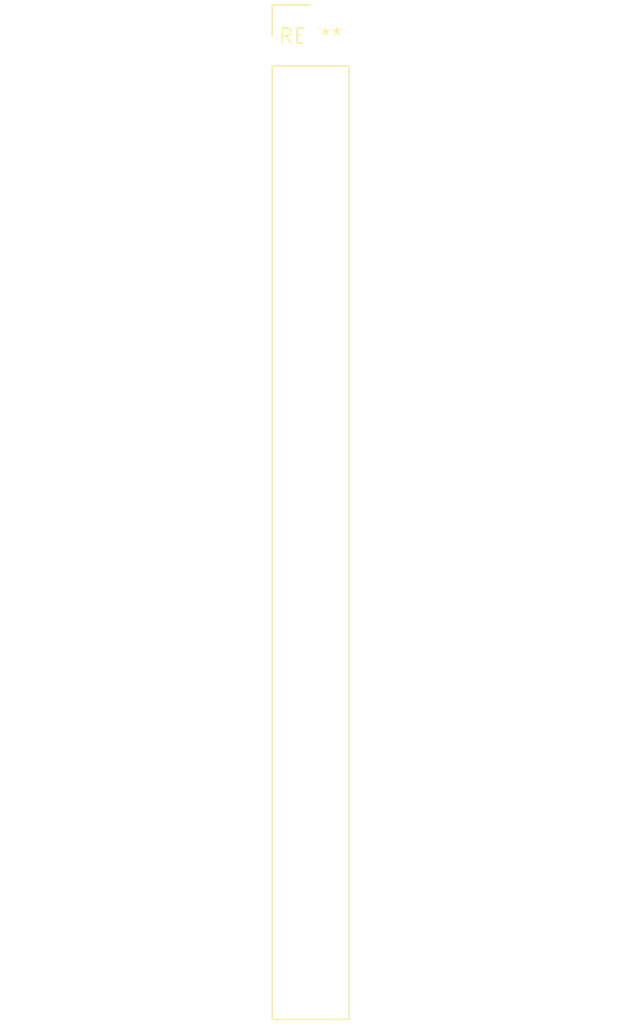
<source format=kicad_pcb>
(kicad_pcb (version 20240108) (generator pcbnew)
  (layers (0 "F.Cu" signal) (31 "B.Cu" signal) (34 "B.Paste" user) (35 "F.Paste" user) (36 "B.SilkS" user "B.Silkscreen") (37 "F.SilkS" user "F.Silkscreen") (38 "B.Mask" user) (39 "F.Mask" user) (44 "Edge.Cuts" user))
  (net 0 "")
  (footprint "Samtec_HPM-17-01-x-S_Straight_1x17_Pitch5.08mm" (layer "F.Cu") (at 0 0)
    (property "Reference" "REF**")
    (property "Value" "Samtec_HPM-17-01-x-S_Straight_1x17_Pitch5.08mm")
    (fp_line (start -3.285 -2.65) (end 0 -2.65) (layer "F.SilkS") (stroke (width 0.12)))
    (fp_line (start -3.285 0) (end -3.285 -2.65) (layer "F.SilkS") (stroke (width 0.12)))
    (fp_line (start -3.285 2.54) (end -3.285 83.93) (layer "F.SilkS") (stroke (width 0.12)))
    (fp_line (start -3.285 2.54) (end 3.285 2.54) (layer "F.SilkS") (stroke (width 0.12)))
    (fp_line (start -3.285 83.93) (end 3.285 83.93) (layer "F.SilkS") (stroke (width 0.12)))
    (fp_line (start 3.285 2.54) (end 3.285 83.93) (layer "F.SilkS") (stroke (width 0.12)))
    (pad "1" thru_hole rect (at 0 0) (size 2.8 2.8) (drill 1.75) (layers *.Cu *.Mask) (remove_unused_layers))
    (pad "2" thru_hole circle (at 0 5.08) (size 2.8 2.8) (drill 1.75) (layers *.Cu *.Mask) (remove_unused_layers))
    (pad "3" thru_hole circle (at 0 10.16) (size 2.8 2.8) (drill 1.75) (layers *.Cu *.Mask) (remove_unused_layers))
    (pad "4" thru_hole circle (at 0 15.24) (size 2.8 2.8) (drill 1.75) (layers *.Cu *.Mask) (remove_unused_layers))
    (pad "5" thru_hole circle (at 0 20.32) (size 2.8 2.8) (drill 1.75) (layers *.Cu *.Mask) (remove_unused_layers))
    (pad "6" thru_hole circle (at 0 25.4) (size 2.8 2.8) (drill 1.75) (layers *.Cu *.Mask) (remove_unused_layers))
    (pad "7" thru_hole circle (at 0 30.48) (size 2.8 2.8) (drill 1.75) (layers *.Cu *.Mask) (remove_unused_layers))
    (pad "8" thru_hole circle (at 0 35.56) (size 2.8 2.8) (drill 1.75) (layers *.Cu *.Mask) (remove_unused_layers))
    (pad "9" thru_hole circle (at 0 40.64) (size 2.8 2.8) (drill 1.75) (layers *.Cu *.Mask) (remove_unused_layers))
    (pad "10" thru_hole circle (at 0 45.72) (size 2.8 2.8) (drill 1.75) (layers *.Cu *.Mask) (remove_unused_layers))
    (pad "11" thru_hole circle (at 0 50.8) (size 2.8 2.8) (drill 1.75) (layers *.Cu *.Mask) (remove_unused_layers))
    (pad "12" thru_hole circle (at 0 55.88) (size 2.8 2.8) (drill 1.75) (layers *.Cu *.Mask) (remove_unused_layers))
    (pad "13" thru_hole circle (at 0 60.96) (size 2.8 2.8) (drill 1.75) (layers *.Cu *.Mask) (remove_unused_layers))
    (pad "14" thru_hole circle (at 0 66.04) (size 2.8 2.8) (drill 1.75) (layers *.Cu *.Mask) (remove_unused_layers))
    (pad "15" thru_hole circle (at 0 71.12) (size 2.8 2.8) (drill 1.75) (layers *.Cu *.Mask) (remove_unused_layers))
    (pad "16" thru_hole circle (at 0 76.2) (size 2.8 2.8) (drill 1.75) (layers *.Cu *.Mask) (remove_unused_layers))
    (pad "17" thru_hole circle (at 0 81.28) (size 2.8 2.8) (drill 1.75) (layers *.Cu *.Mask) (remove_unused_layers))
  )
)
</source>
